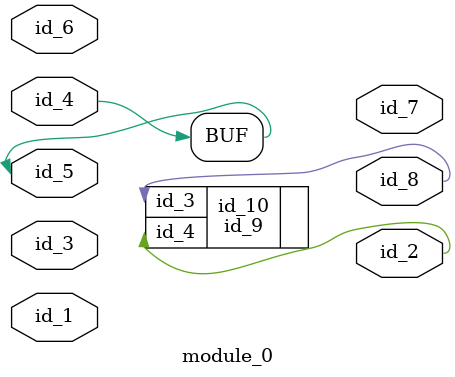
<source format=v>
module module_0 (
    id_1,
    id_2,
    id_3,
    id_4,
    id_5,
    id_6,
    id_7,
    id_8
);
  output id_8;
  output id_7;
  input id_6;
  input id_5;
  input id_4;
  input id_3;
  output id_2;
  input id_1;
  id_9 id_10 (
      .id_3(id_8),
      .id_4(id_5),
      .id_4(id_2)
  );
  assign id_4 = id_5;
  id_11 id_12 (
      .id_4(id_8),
      .id_4(id_10),
      .id_2(id_3)
  );
endmodule

</source>
